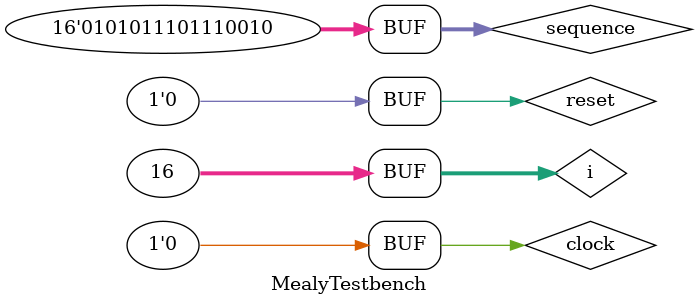
<source format=v>
module Mealy(in, clock, reset, out);
  input in, clock, reset;
  output  out;
  reg [1:0]state;
  reg out;
  always @ (posedge clock or posedge reset)
    begin
      if(reset)
        begin
          state <= 2'b00;
          out <= 1'b0;
        end
      else
        begin
          case(state)
            2'b00:  
              begin
                if(in)
                  begin
                    state <= 2'b01;
                    out <= 1'b0;
                  end
                else
                  begin
                    state <= 2'b10;
                    out <= 1'b0;
                  end
              end
            2'b01:
              begin
                if(in)
                  begin
                    state <= 2'b00;
                    out <= 1'b1;
                  end
                else
                  begin
                    state <= 2'b10;
                    out <= 1'b0;
                  end
              end
            2'b10:
              begin
                if(in)
                  begin
                    state <= 2'b01;
                    out <= 1'b0;
                  end
                else
                  begin
                    state <= 2'b00;
                    out <= 1'b1;
                  end
              end
          endcase
        end
    end
endmodule

module MealyTestbench;
  reg clock, reset, in;
  wire out;
  reg [15:0] sequence;
  integer i;
  Mealy MEALY_MACHINE(in, clock, reset, out);
  initial
    begin
      #0  clock = 1'b0; reset = 1'b1; sequence = 16'b0101011101110010;
      #5  reset = 1'b0;
      for(i = 0; i <= 15; i = i+1)
        begin
          in = sequence[i];
          #2  clock = 1'b1;
          #2  clock = 1'b0;
          $display("State = ", MEALY_MACHINE.state, ": Input = ", in, ", Output = ", out);
        end
        testing;
    end
    
    task testing;
      for(i = 0; i <= 15; i = i+1)
        begin
          in = $random % 2;
          #2  clock = 1'b1;
          #2  clock = 1'b0;
          $display("State = ", MEALY_MACHINE.state, ": Input = ", in, ", Output = ", out);
        end
    endtask
endmodule
</source>
